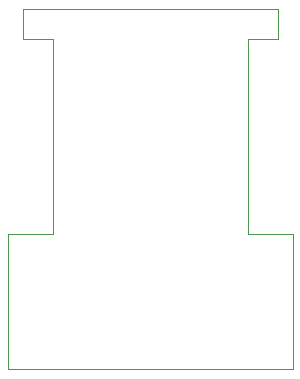
<source format=gbr>
G04 #@! TF.FileFunction,Profile,NP*
%FSLAX46Y46*%
G04 Gerber Fmt 4.6, Leading zero omitted, Abs format (unit mm)*
G04 Created by KiCad (PCBNEW 0.201506122246+5743~23~ubuntu14.04.1-product) date Mon 22 Jun 2015 14:25:25 BST*
%MOMM*%
G01*
G04 APERTURE LIST*
%ADD10C,0.100000*%
G04 APERTURE END LIST*
D10*
X57150000Y-33020000D02*
X54610000Y-33020000D01*
X57150000Y-35560000D02*
X57150000Y-33020000D01*
X54610000Y-35560000D02*
X57150000Y-35560000D01*
X35560000Y-33020000D02*
X38100000Y-33020000D01*
X35560000Y-35560000D02*
X35560000Y-33020000D01*
X38100000Y-35560000D02*
X35560000Y-35560000D01*
X38100000Y-35560000D02*
X38100000Y-52070000D01*
X54610000Y-35560000D02*
X54610000Y-52070000D01*
X58420000Y-52070000D02*
X58420000Y-63500000D01*
X54610000Y-52070000D02*
X58420000Y-52070000D01*
X34290000Y-52070000D02*
X38100000Y-52070000D01*
X34290000Y-63500000D02*
X34290000Y-52070000D01*
X58420000Y-63500000D02*
X34290000Y-63500000D01*
X38100000Y-33020000D02*
X54610000Y-33020000D01*
M02*

</source>
